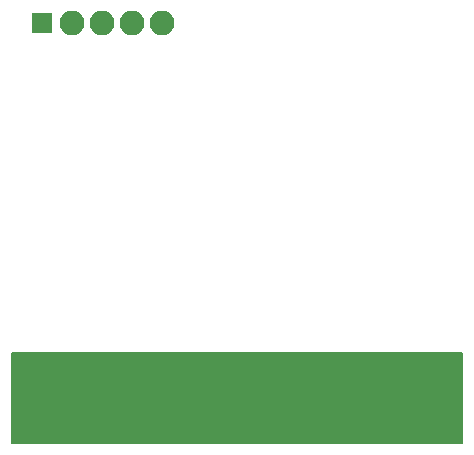
<source format=gbr>
G04 #@! TF.GenerationSoftware,KiCad,Pcbnew,5.0.0-rc2-be01b52~65~ubuntu18.04.1*
G04 #@! TF.CreationDate,2018-06-11T23:06:02+04:00*
G04 #@! TF.ProjectId,interface2_cartridge,696E74657266616365325F6361727472,rev?*
G04 #@! TF.SameCoordinates,Original*
G04 #@! TF.FileFunction,Soldermask,Bot*
G04 #@! TF.FilePolarity,Negative*
%FSLAX46Y46*%
G04 Gerber Fmt 4.6, Leading zero omitted, Abs format (unit mm)*
G04 Created by KiCad (PCBNEW 5.0.0-rc2-be01b52~65~ubuntu18.04.1) date Mon Jun 11 23:06:02 2018*
%MOMM*%
%LPD*%
G01*
G04 APERTURE LIST*
%ADD10C,0.150000*%
%ADD11R,1.700000X1.700000*%
%ADD12O,2.100000X2.100000*%
G04 APERTURE END LIST*
D10*
G04 #@! TO.C,J1*
G36*
X151130000Y-80010000D02*
X151130000Y-87630000D01*
X113030000Y-87630000D01*
X113030000Y-80010000D01*
X151130000Y-80010000D01*
G37*
X151130000Y-80010000D02*
X151130000Y-87630000D01*
X113030000Y-87630000D01*
X113030000Y-80010000D01*
X151130000Y-80010000D01*
G04 #@! TD*
D11*
G04 #@! TO.C,J2*
X115570000Y-52070000D03*
D12*
X118110000Y-52070000D03*
X120650000Y-52070000D03*
X123190000Y-52070000D03*
X125730000Y-52070000D03*
G04 #@! TD*
M02*

</source>
